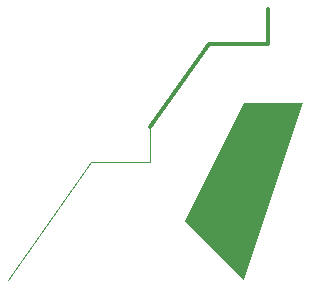
<source format=gbr>
G04 ================================================================================================
Copyright (C) 2025 Tony Luken <tonyluken62+gerberfilereader.gmail.com>

This file is part of GerberFileReader.

GerberFileReader is free software: you can redistribute it and/or modify it under the terms of
the GNU General Public License as published by the Free Software Foundation, either version 3 of
the License, or (at your option) any later version.

GerberFileReader is distributed in the hope that it will be useful, but WITHOUT ANY WARRANTY; 
without even the implied warranty of MERCHANTABILITY or FITNESS FOR A PARTICULAR PURPOSE. See the
GNU General Public License for more details.

You should have received a copy of the GNU General Public License along with GerberFileReader. If
not, see <http://www.gnu.org/licenses/>.
===================================================================================================*

G04 Demonstrate support for deprecated modal D01 operation commands*
G04 Also shows current point is initialized to (0,0)*

G04 Format specifier and units*
%FSLAX32Y32*%
G71* G04 set to millimeter mode using deprecated G71*

G04 Define some standard apertures*
%ADD10C,0.1*%
%ADD11C,0.3*%

G04 Draw some lines skipping the D01 draw commands after the first one*
D10*
X700Y1000D01*
X1200Y1000*
X1200Y1300*
D11*
X1700Y2000D01*
X2200Y2000*
X2200Y2300*

G04 Show the same thing can be done in regions*
G36*
	X1500Y500D02* G04 Start at (15,5)*
	X2000Y0D01* G04 Contour to (20,0)*
	X2500Y1500* G04 Contour to (25,15)*
	X2000*      G04 Contour to (20,15)*
	X1500Y500*  G04 Close the contour*
G37*

M02*
</source>
